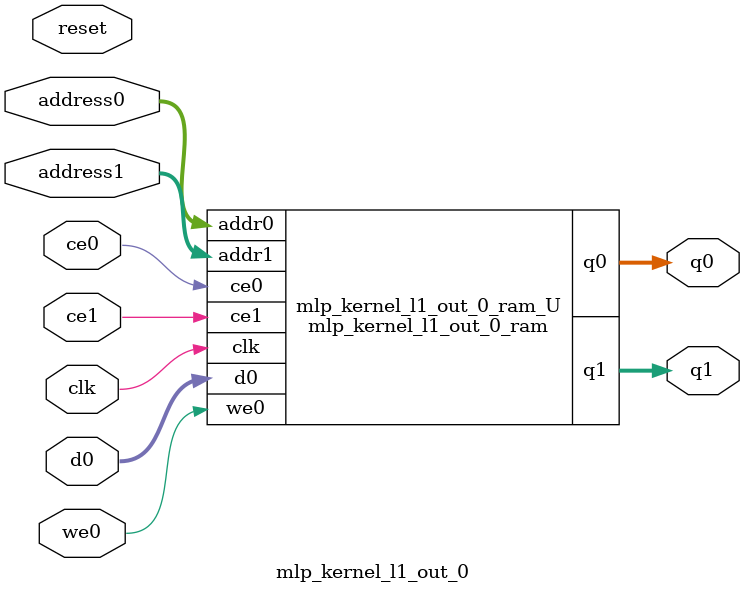
<source format=v>
`timescale 1 ns / 1 ps
module mlp_kernel_l1_out_0_ram (addr0, ce0, d0, we0, q0, addr1, ce1, q1,  clk);

parameter DWIDTH = 15;
parameter AWIDTH = 6;
parameter MEM_SIZE = 64;

input[AWIDTH-1:0] addr0;
input ce0;
input[DWIDTH-1:0] d0;
input we0;
output reg[DWIDTH-1:0] q0;
input[AWIDTH-1:0] addr1;
input ce1;
output reg[DWIDTH-1:0] q1;
input clk;

(* ram_style = "distributed" *)reg [DWIDTH-1:0] ram[0:MEM_SIZE-1];




always @(posedge clk)  
begin 
    if (ce0) begin
        if (we0) 
            ram[addr0] <= d0; 
        q0 <= ram[addr0];
    end
end


always @(posedge clk)  
begin 
    if (ce1) begin
        q1 <= ram[addr1];
    end
end


endmodule

`timescale 1 ns / 1 ps
module mlp_kernel_l1_out_0(
    reset,
    clk,
    address0,
    ce0,
    we0,
    d0,
    q0,
    address1,
    ce1,
    q1);

parameter DataWidth = 32'd15;
parameter AddressRange = 32'd64;
parameter AddressWidth = 32'd6;
input reset;
input clk;
input[AddressWidth - 1:0] address0;
input ce0;
input we0;
input[DataWidth - 1:0] d0;
output[DataWidth - 1:0] q0;
input[AddressWidth - 1:0] address1;
input ce1;
output[DataWidth - 1:0] q1;



mlp_kernel_l1_out_0_ram mlp_kernel_l1_out_0_ram_U(
    .clk( clk ),
    .addr0( address0 ),
    .ce0( ce0 ),
    .we0( we0 ),
    .d0( d0 ),
    .q0( q0 ),
    .addr1( address1 ),
    .ce1( ce1 ),
    .q1( q1 ));

endmodule


</source>
